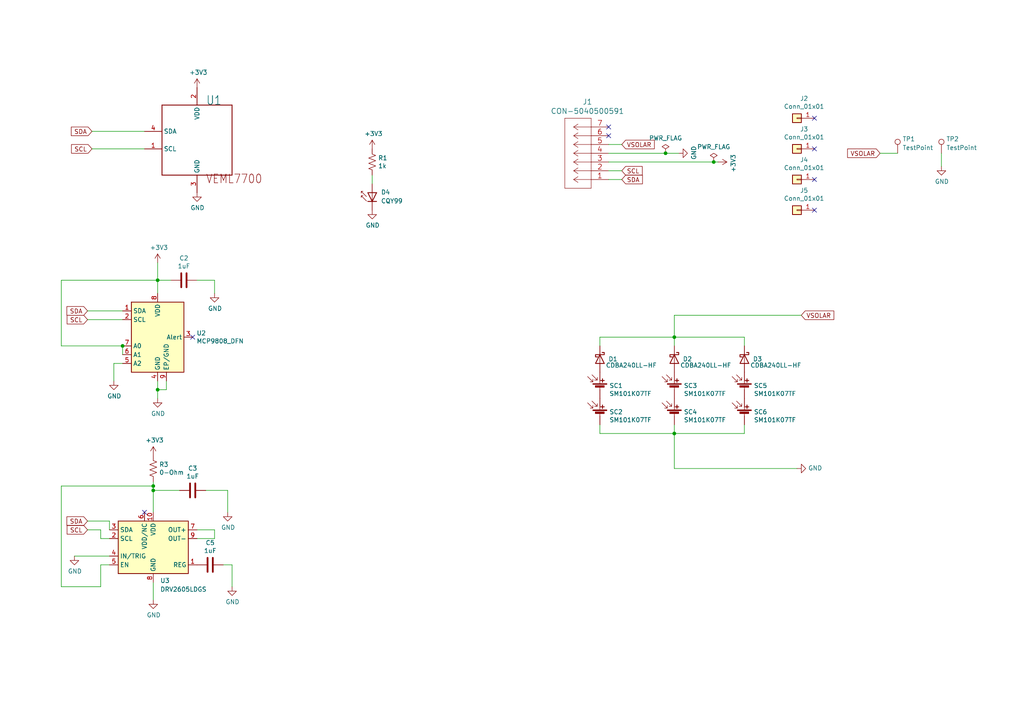
<source format=kicad_sch>
(kicad_sch (version 20211123) (generator eeschema)
  (paper "A4")
  (title_block (title "XY Solar Panel Board") (date "2023-03-19") (rev "V3") (company "CPP BroncoSpace"))
  (lib_symbols
    (symbol "Adafruit VEML7700-eagle-import:VEML7700"
      (property "Reference" "IC" (at 2.54 10.16 0))
      (symbol "VEML7700_1_0"
        (polyline (pts (xy -10.16 -10.16) (xy -10.16 10.16)) (stroke (width 0.254)))
        (polyline (pts (xy -10.16 10.16) (xy 10.16 10.16)) (stroke (width 0.254)))
        (polyline (pts (xy 10.16 -10.16) (xy -10.16 -10.16)) (stroke (width 0.254)))
        (polyline (pts (xy 10.16 10.16) (xy 10.16 -10.16)) (stroke (width 0.254)))
        (text "VEML7700" (at 2.54 -12.7 0) (effects (font (size 2.54 2.159)) (justify left bottom)))
        (pin bidirectional line (at -15.24 -2.54 0) (length 5.08) (name "SCL") (number "1"))
        (pin power_in line (at 0 15.24 270) (length 5.08) (name "VDD") (number "2"))
        (pin power_in line (at 0 -15.24 90) (length 5.08) (name "GND") (number "3"))
        (pin bidirectional line (at -15.24 2.54 0) (length 5.08) (name "SDA") (number "4"))
      )
    )
    (symbol "Connector:TestPoint" (pin_numbers hide) (pin_names (offset 0.762) hide)
      (property "Reference" "TP" (at 0 6.858 0))
      (property "Value" "TestPoint" (at 0 5.08 0))
      (symbol "TestPoint_0_1"
        (circle (center 0 3.302) (radius 0.762))
      )
      (symbol "TestPoint_1_1"
        (pin passive line (at 0 0 90) (length 2.54) (name "1") (number "1"))
      )
    )
    (symbol "Connector_Generic:Conn_01x01" (pin_names (offset 1.016) hide)
      (property "Reference" "J" (at 0 2.54 0))
      (property "Value" "Conn_01x01" (at 0 -2.54 0))
      (symbol "Conn_01x01_1_1"
        (rectangle (start -1.27 0.127) (end 0 -0.127) (stroke (width 0.1524)))
        (rectangle (start -1.27 1.27) (end 1.27 -1.27) (stroke (width 0.254)) (fill (type background)))
        (pin passive line (at -5.08 0 0) (length 3.81) (name "Pin_1") (number "1"))
      )
    )
    (symbol "Device:C" (pin_numbers hide) (pin_names (offset 0.254))
      (property "Reference" "C" (at 0.635 2.54 0))
      (property "Value" "C" (at 0.635 -2.54 0))
      (symbol "C_0_1"
        (polyline (pts (xy -2.032 -0.762) (xy 2.032 -0.762)) (stroke (width 0.508)))
        (polyline (pts (xy -2.032 0.762) (xy 2.032 0.762)) (stroke (width 0.508)))
      )
      (symbol "C_1_1"
        (pin passive line (at 0 3.81 270) (length 2.794) (name "~") (number "1"))
        (pin passive line (at 0 -3.81 90) (length 2.794) (name "~") (number "2"))
      )
    )
    (symbol "Device:D_Schottky" (pin_numbers hide) (pin_names (offset 1.016) hide)
      (property "Reference" "D" (at 0 2.54 0))
      (property "Value" "D_Schottky" (at 0 -2.54 0))
      (symbol "D_Schottky_0_1"
        (polyline (pts (xy 1.27 0) (xy -1.27 0)))
        (polyline (pts (xy 1.27 1.27) (xy 1.27 -1.27) (xy -1.27 0) (xy 1.27 1.27)) (stroke (width 0.254)))
        (polyline (pts (xy -1.905 0.635) (xy -1.905 1.27) (xy -1.27 1.27) (xy -1.27 -1.27) (xy -0.635 -1.27) (xy -0.635 -0.635)) (stroke (width 0.254)))
      )
      (symbol "D_Schottky_1_1"
        (pin passive line (at -3.81 0 0) (length 2.54) (name "K") (number "1"))
        (pin passive line (at 3.81 0 180) (length 2.54) (name "A") (number "2"))
      )
    )
    (symbol "Device:R_US" (pin_numbers hide) (pin_names (offset 0))
      (property "Reference" "R" (at 2.54 0 90))
      (property "Value" "R_US" (at -2.54 0 90))
      (symbol "R_US_0_1"
        (polyline (pts (xy 0 -2.286) (xy 0 -2.54)))
        (polyline (pts (xy 0 2.286) (xy 0 2.54)))
        (polyline (pts (xy 0 -0.762) (xy 1.016 -1.143) (xy 0 -1.524) (xy -1.016 -1.905) (xy 0 -2.286)))
        (polyline (pts (xy 0 0.762) (xy 1.016 0.381) (xy 0 0) (xy -1.016 -0.381) (xy 0 -0.762)))
        (polyline (pts (xy 0 2.286) (xy 1.016 1.905) (xy 0 1.524) (xy -1.016 1.143) (xy 0 0.762)))
      )
      (symbol "R_US_1_1"
        (pin passive line (at 0 3.81 270) (length 1.27) (name "~") (number "1"))
        (pin passive line (at 0 -3.81 90) (length 1.27) (name "~") (number "2"))
      )
    )
    (symbol "Device:Solar_Cell" (pin_numbers hide) (pin_names (offset 0) hide)
      (property "Reference" "SC" (at 2.54 2.54 0))
      (property "Value" "Solar_Cell" (at 2.54 0 0))
      (symbol "Solar_Cell_0_1"
        (rectangle (start -2.032 1.778) (end 2.032 1.524) (fill (type outline)))
        (rectangle (start -1.3208 1.1938) (end 1.27 0.6858) (fill (type outline)))
        (polyline (pts (xy -2.032 2.286) (xy -3.556 3.81)))
        (polyline (pts (xy -0.762 2.794) (xy -2.286 4.318)))
        (polyline (pts (xy 0 0.762) (xy 0 0)))
        (polyline (pts (xy 0 1.778) (xy 0 2.54)))
        (polyline (pts (xy 0.254 2.667) (xy 1.27 2.667)) (stroke (width 0.254)))
        (polyline (pts (xy 0.762 3.175) (xy 0.762 2.159)) (stroke (width 0.254)))
        (polyline (pts (xy -2.032 3.048) (xy -2.032 2.286) (xy -2.794 2.286)))
        (polyline (pts (xy -0.762 3.556) (xy -0.762 2.794) (xy -1.524 2.794)))
      )
      (symbol "Solar_Cell_1_1"
        (pin passive line (at 0 5.08 270) (length 2.54) (name "+") (number "1"))
        (pin passive line (at 0 -2.54 90) (length 2.54) (name "-") (number "2"))
      )
    )
    (symbol "Driver_Haptic:DRV2605LDGS"
      (property "Reference" "U" (at -10.16 8.255 0))
      (property "Value" "DRV2605LDGS" (at 2.54 -8.89 0))
      (symbol "DRV2605LDGS_0_1"
        (rectangle (start -10.16 7.62) (end 10.16 -7.62) (stroke (width 0.254)) (fill (type background)))
      )
      (symbol "DRV2605LDGS_1_1"
        (pin passive line (at 12.7 -5.08 180) (length 2.54) (name "REG") (number "1"))
        (pin power_in line (at 0 10.16 270) (length 2.54) (name "VDD") (number "10"))
        (pin input line (at -12.7 2.54 0) (length 2.54) (name "SCL") (number "2"))
        (pin bidirectional line (at -12.7 5.08 0) (length 2.54) (name "SDA") (number "3"))
        (pin input line (at -12.7 -2.54 0) (length 2.54) (name "IN/TRIG") (number "4"))
        (pin input line (at -12.7 -5.08 0) (length 2.54) (name "EN") (number "5"))
        (pin power_in line (at -2.54 10.16 270) (length 2.54) (name "VDD/NC") (number "6"))
        (pin output line (at 12.7 5.08 180) (length 2.54) (name "OUT+") (number "7"))
        (pin power_in line (at 0 -10.16 90) (length 2.54) (name "GND") (number "8"))
        (pin output line (at 12.7 2.54 180) (length 2.54) (name "OUT-") (number "9"))
      )
    )
    (symbol "LED:CQY99" (pin_numbers hide) (pin_names (offset 1.016) hide)
      (property "Reference" "D" (at 0.508 1.778 0))
      (property "Value" "CQY99" (at -1.016 -2.794 0))
      (symbol "CQY99_0_1"
        (polyline (pts (xy -2.54 1.27) (xy -2.54 -1.27)) (stroke (width 0.254)))
        (polyline (pts (xy 0 0) (xy -2.54 0)))
        (polyline (pts (xy 0.381 3.175) (xy -0.127 3.175)))
        (polyline (pts (xy -1.143 1.651) (xy 0.381 3.175) (xy 0.381 2.667)))
        (polyline (pts (xy 0 -1.27) (xy -2.54 0) (xy 0 1.27) (xy 0 -1.27)) (stroke (width 0.254)))
        (polyline (pts (xy -2.413 1.651) (xy -0.889 3.175) (xy -0.889 2.667) (xy -0.889 3.175) (xy -1.397 3.175)))
      )
      (symbol "CQY99_1_1"
        (pin passive line (at -5.08 0 0) (length 2.54) (name "K") (number "1"))
        (pin passive line (at 2.54 0 180) (length 2.54) (name "A") (number "2"))
      )
    )
    (symbol "Sensor_Temperature:MCP9808_DFN"
      (property "Reference" "U" (at -6.35 11.43 0))
      (property "Value" "MCP9808_DFN" (at 10.16 11.43 0))
      (symbol "MCP9808_DFN_0_1"
        (rectangle (start -7.62 10.16) (end 7.62 -10.16) (stroke (width 0.254)) (fill (type background)))
      )
      (symbol "MCP9808_DFN_1_1"
        (pin bidirectional line (at -10.16 7.62 0) (length 2.54) (name "SDA") (number "1"))
        (pin input line (at -10.16 5.08 0) (length 2.54) (name "SCL") (number "2"))
        (pin output line (at 10.16 0 180) (length 2.54) (name "Alert") (number "3"))
        (pin power_in line (at 0 -12.7 90) (length 2.54) (name "GND") (number "4"))
        (pin input line (at -10.16 -7.62 0) (length 2.54) (name "A2") (number "5"))
        (pin input line (at -10.16 -5.08 0) (length 2.54) (name "A1") (number "6"))
        (pin input line (at -10.16 -2.54 0) (length 2.54) (name "A0") (number "7"))
        (pin power_in line (at 0 12.7 270) (length 2.54) (name "VDD") (number "8"))
        (pin power_in line (at 2.54 -12.7 90) (length 2.54) (name "EP/GND") (number "9"))
      )
    )
    (symbol "power:GND" (power) (pin_names (offset 0))
      (property "Value" "GND" (at 0 -3.81 0))
      (symbol "GND_0_1"
        (polyline (pts (xy 0 0) (xy 0 -1.27) (xy 1.27 -1.27) (xy 0 -2.54) (xy -1.27 -1.27) (xy 0 -1.27)))
      )
      (symbol "GND_1_1"
        (pin power_in line (at 0 0 270) (length 0) hide (name "GND") (number "1"))
      )
    )
    (symbol "power:PWR_FLAG" (power) (pin_numbers hide) (pin_names (offset 0) hide)
      (property "Value" "PWR_FLAG" (at 0 3.81 0))
      (symbol "PWR_FLAG_0_0"
        (pin power_out line (at 0 0 90) (length 0) (name "pwr") (number "1"))
      )
      (symbol "PWR_FLAG_0_1"
        (polyline (pts (xy 0 0) (xy 0 1.27) (xy -1.016 1.905) (xy 0 2.54) (xy 1.016 1.905) (xy 0 1.27)))
      )
    )
    (symbol "solar-panel-NoCutout-rescue:+3.3V-power" (power) (pin_names (offset 0))
      (property "Value" "+3.3V-power" (at 0 3.556 0))
      (symbol "+3.3V-power_0_1"
        (polyline (pts (xy -0.762 1.27) (xy 0 2.54)))
        (polyline (pts (xy 0 0) (xy 0 2.54)))
        (polyline (pts (xy 0 2.54) (xy 0.762 1.27)))
      )
      (symbol "+3.3V-power_1_1"
        (pin power_in line (at 0 0 90) (length 0) hide (name "+3V3") (number "1"))
      )
    )
    (symbol "solar-panel-NoCutout-rescue:CON-5040500591-ExtraComponents" (pin_names (offset 0.254) hide)
      (property "Reference" "J" (at 8.89 6.35 0))
      (property "Value" "CON-5040500591-ExtraComponents" (at 10.16 -7.62 0))
      (symbol "CON-5040500591-ExtraComponents_1_1"
        (polyline (pts (xy 5.08 -17.78) (xy 12.7 -17.78)) (stroke (width 0.127)))
        (polyline (pts (xy 5.08 2.54) (xy 5.08 -17.78)) (stroke (width 0.127)))
        (polyline (pts (xy 10.16 -15.24) (xy 5.08 -15.24)) (stroke (width 0.127)))
        (polyline (pts (xy 10.16 -15.24) (xy 8.89 -16.0782)) (stroke (width 0.127)))
        (polyline (pts (xy 10.16 -15.24) (xy 8.89 -14.4018)) (stroke (width 0.127)))
        (polyline (pts (xy 10.16 -12.7) (xy 5.08 -12.7)) (stroke (width 0.127)))
        (polyline (pts (xy 10.16 -12.7) (xy 8.89 -13.5382)) (stroke (width 0.127)))
        (polyline (pts (xy 10.16 -12.7) (xy 8.89 -11.8618)) (stroke (width 0.127)))
        (polyline (pts (xy 10.16 -10.16) (xy 5.08 -10.16)) (stroke (width 0.127)))
        (polyline (pts (xy 10.16 -10.16) (xy 8.89 -10.9982)) (stroke (width 0.127)))
        (polyline (pts (xy 10.16 -10.16) (xy 8.89 -9.3218)) (stroke (width 0.127)))
        (polyline (pts (xy 10.16 -7.62) (xy 5.08 -7.62)) (stroke (width 0.127)))
        (polyline (pts (xy 10.16 -7.62) (xy 8.89 -8.4582)) (stroke (width 0.127)))
        (polyline (pts (xy 10.16 -7.62) (xy 8.89 -6.7818)) (stroke (width 0.127)))
        (polyline (pts (xy 10.16 -5.08) (xy 5.08 -5.08)) (stroke (width 0.127)))
        (polyline (pts (xy 10.16 -5.08) (xy 8.89 -5.9182)) (stroke (width 0.127)))
        (polyline (pts (xy 10.16 -5.08) (xy 8.89 -4.2418)) (stroke (width 0.127)))
        (polyline (pts (xy 10.16 -2.54) (xy 5.08 -2.54)) (stroke (width 0.127)))
        (polyline (pts (xy 10.16 -2.54) (xy 8.89 -3.3782)) (stroke (width 0.127)))
        (polyline (pts (xy 10.16 -2.54) (xy 8.89 -1.7018)) (stroke (width 0.127)))
        (polyline (pts (xy 10.16 0) (xy 5.08 0)) (stroke (width 0.127)))
        (polyline (pts (xy 10.16 0) (xy 8.89 -0.8382)) (stroke (width 0.127)))
        (polyline (pts (xy 10.16 0) (xy 8.89 0.8382)) (stroke (width 0.127)))
        (polyline (pts (xy 12.7 -17.78) (xy 12.7 2.54)) (stroke (width 0.127)))
        (polyline (pts (xy 12.7 2.54) (xy 5.08 2.54)) (stroke (width 0.127)))
        (pin unspecified line (at 0 0 0) (length 5.08) (name "1") (number "1"))
        (pin unspecified line (at 0 -2.54 0) (length 5.08) (name "2") (number "2"))
        (pin unspecified line (at 0 -5.08 0) (length 5.08) (name "3") (number "3"))
        (pin unspecified line (at 0 -7.62 0) (length 5.08) (name "4") (number "4"))
        (pin unspecified line (at 0 -10.16 0) (length 5.08) (name "5") (number "5"))
        (pin unspecified line (at 0 -12.7 0) (length 5.08) (name "6") (number "6"))
        (pin unspecified line (at 0 -15.24 0) (length 5.08) (name "7") (number "7"))
      )
    )
    (symbol "solar-panel-side-Z-rescue:+3.3V-power" (power) (pin_names (offset 0))
      (property "Value" "+3.3V-power" (at 0 3.556 0))
      (symbol "+3.3V-power_0_1"
        (polyline (pts (xy -0.762 1.27) (xy 0 2.54)))
        (polyline (pts (xy 0 0) (xy 0 2.54)))
        (polyline (pts (xy 0 2.54) (xy 0.762 1.27)))
      )
      (symbol "+3.3V-power_1_1"
        (pin power_in line (at 0 0 90) (length 0) hide (name "+3V3") (number "1"))
      )
    )
  )
  (junction (at 45.72 81.28))
  (junction (at 193.04 44.45))
  (junction (at 35.56 100.33))
  (junction (at 44.45 142.24))
  (junction (at 44.45 140.97))
  (junction (at 195.58 125.73))
  (junction (at 195.58 97.79))
  (junction (at 207.01 46.99))
  (junction (at 45.72 113.03))
  (no_connect (at 236.22 34.29))
  (no_connect (at 236.22 43.18))
  (no_connect (at 176.53 36.83))
  (no_connect (at 176.53 39.37))
  (no_connect (at 236.22 60.96))
  (no_connect (at 55.88 97.79))
  (no_connect (at 41.91 148.59))
  (no_connect (at 236.22 52.07))
  (wire (pts (xy 29.21 156.21) (xy 31.75 156.21)))
  (wire (pts (xy 45.72 76.2) (xy 45.72 81.28)))
  (wire (pts (xy 193.04 44.45) (xy 196.85 44.45)))
  (wire (pts (xy 45.72 81.28) (xy 49.53 81.28)))
  (wire (pts (xy 57.15 156.21) (xy 62.23 156.21)))
  (wire (pts (xy 173.99 97.79) (xy 173.99 100.33)))
  (wire (pts (xy 25.4 153.67) (xy 29.21 153.67)))
  (wire (pts (xy 29.21 163.83) (xy 29.21 170.18)))
  (wire (pts (xy 35.56 105.41) (xy 33.02 105.41)))
  (wire (pts (xy 31.75 151.13) (xy 31.75 153.67)))
  (wire (pts (xy 176.53 41.91) (xy 180.34 41.91)))
  (wire (pts (xy 25.4 92.71) (xy 35.56 92.71)))
  (wire (pts (xy 173.99 125.73) (xy 173.99 123.19)))
  (wire (pts (xy 260.35 44.45) (xy 255.27 44.45)))
  (wire (pts (xy 35.56 100.33) (xy 17.78 100.33)))
  (wire (pts (xy 41.91 38.1) (xy 26.67 38.1)))
  (wire (pts (xy 29.21 170.18) (xy 17.78 170.18)))
  (wire (pts (xy 29.21 163.83) (xy 31.75 163.83)))
  (wire (pts (xy 59.69 142.24) (xy 66.04 142.24)))
  (wire (pts (xy 45.72 110.49) (xy 45.72 113.03)))
  (wire (pts (xy 25.4 90.17) (xy 35.56 90.17)))
  (wire (pts (xy 66.04 142.24) (xy 66.04 148.59)))
  (wire (pts (xy 195.58 97.79) (xy 215.9 97.79)))
  (wire (pts (xy 35.56 100.33) (xy 35.56 102.87)))
  (wire (pts (xy 44.45 142.24) (xy 52.07 142.24)))
  (wire (pts (xy 17.78 170.18) (xy 17.78 140.97)))
  (wire (pts (xy 57.15 81.28) (xy 62.23 81.28)))
  (wire (pts (xy 64.77 163.83) (xy 67.31 163.83)))
  (wire (pts (xy 44.45 140.97) (xy 44.45 142.24)))
  (wire (pts (xy 48.26 113.03) (xy 45.72 113.03)))
  (wire (pts (xy 107.95 53.34) (xy 107.95 50.8)))
  (wire (pts (xy 29.21 153.67) (xy 29.21 156.21)))
  (wire (pts (xy 176.53 44.45) (xy 193.04 44.45)))
  (wire (pts (xy 173.99 97.79) (xy 195.58 97.79)))
  (wire (pts (xy 176.53 49.53) (xy 180.34 49.53)))
  (wire (pts (xy 48.26 110.49) (xy 48.26 113.03)))
  (wire (pts (xy 62.23 156.21) (xy 62.23 153.67)))
  (wire (pts (xy 62.23 81.28) (xy 62.23 85.09)))
  (wire (pts (xy 25.4 151.13) (xy 31.75 151.13)))
  (wire (pts (xy 45.72 113.03) (xy 45.72 115.57)))
  (wire (pts (xy 195.58 125.73) (xy 215.9 125.73)))
  (wire (pts (xy 273.05 44.45) (xy 273.05 48.26)))
  (wire (pts (xy 195.58 100.33) (xy 195.58 97.79)))
  (wire (pts (xy 33.02 105.41) (xy 33.02 110.49)))
  (wire (pts (xy 67.31 163.83) (xy 67.31 170.18)))
  (wire (pts (xy 17.78 81.28) (xy 45.72 81.28)))
  (wire (pts (xy 215.9 100.33) (xy 215.9 97.79)))
  (wire (pts (xy 207.01 46.99) (xy 208.28 46.99)))
  (wire (pts (xy 21.59 161.29) (xy 31.75 161.29)))
  (wire (pts (xy 173.99 125.73) (xy 195.58 125.73)))
  (wire (pts (xy 44.45 168.91) (xy 44.45 173.99)))
  (wire (pts (xy 44.45 142.24) (xy 44.45 148.59)))
  (wire (pts (xy 26.67 43.18) (xy 41.91 43.18)))
  (wire (pts (xy 195.58 125.73) (xy 195.58 123.19)))
  (wire (pts (xy 44.45 139.7) (xy 44.45 140.97)))
  (wire (pts (xy 45.72 81.28) (xy 45.72 85.09)))
  (wire (pts (xy 176.53 46.99) (xy 207.01 46.99)))
  (wire (pts (xy 215.9 125.73) (xy 215.9 123.19)))
  (wire (pts (xy 176.53 52.07) (xy 180.34 52.07)))
  (wire (pts (xy 195.58 135.89) (xy 231.14 135.89)))
  (wire (pts (xy 17.78 140.97) (xy 44.45 140.97)))
  (wire (pts (xy 57.15 153.67) (xy 62.23 153.67)))
  (wire (pts (xy 195.58 97.79) (xy 195.58 91.44)))
  (wire (pts (xy 17.78 100.33) (xy 17.78 81.28)))
  (wire (pts (xy 195.58 135.89) (xy 195.58 125.73)))
  (wire (pts (xy 195.58 91.44) (xy 232.41 91.44)))
  (global_label "VSOLAR" (shape input) (at 232.41 91.44 0) (property "Intersheet References" "${INTERSHEET_REFS}" (effects hide)))
  (global_label "SCL" (shape input) (at 25.4 153.67 180) (property "Intersheet References" "${INTERSHEET_REFS}" (effects hide)))
  (global_label "VSOLAR" (shape input) (at 255.27 44.45 180) (property "Intersheet References" "${INTERSHEET_REFS}" (effects hide)))
  (global_label "SCL" (shape input) (at 180.34 49.53 0) (property "Intersheet References" "${INTERSHEET_REFS}" (effects hide)))
  (global_label "SDA" (shape input) (at 26.67 38.1 180) (property "Intersheet References" "${INTERSHEET_REFS}" (effects hide)))
  (global_label "VSOLAR" (shape input) (at 180.34 41.91 0) (property "Intersheet References" "${INTERSHEET_REFS}" (effects hide)))
  (global_label "SDA" (shape input) (at 180.34 52.07 0) (property "Intersheet References" "${INTERSHEET_REFS}" (effects hide)))
  (global_label "SDA" (shape input) (at 25.4 151.13 180) (property "Intersheet References" "${INTERSHEET_REFS}" (effects hide)))
  (global_label "SCL" (shape input) (at 25.4 92.71 180) (property "Intersheet References" "${INTERSHEET_REFS}" (effects hide)))
  (global_label "SCL" (shape input) (at 26.67 43.18 180) (property "Intersheet References" "${INTERSHEET_REFS}" (effects hide)))
  (global_label "SDA" (shape input) (at 25.4 90.17 180) (property "Intersheet References" "${INTERSHEET_REFS}" (effects hide)))
  (symbol (lib_id "solar-panel-NoCutout-rescue:+3.3V-power") (at 208.28 46.99 270) (unit 1)
    (property "Reference" "#PWR0111" (effects hide))
    (property "Value" "+3.3V" (at 212.6742 47.371 0))
  )
  (symbol (lib_id "power:PWR_FLAG") (at 207.01 46.99 0) (unit 1)
    (property "Reference" "#FLG0101" (effects hide))
    (property "Value" "PWR_FLAG" (at 207.01 42.5958 0))
  )
  (symbol (lib_id "solar-panel-NoCutout-rescue:CON-5040500591-ExtraComponents") (at 176.53 52.07 180) (unit 1)
    (property "Reference" "J1" (at 170.3832 29.5402 0) (effects (font (size 1.524 1.524))))
    (property "Value" "CON-5040500591" (at 170.3832 32.2326 0) (effects (font (size 1.524 1.524))))
    (property "Footprint" "SolarPanelBoards:CON_5040500591" (effects hide))
  )
  (symbol (lib_id "Connector_Generic:Conn_01x01") (at 231.14 34.29 180) (unit 1)
    (property "Reference" "J2" (at 233.2228 28.575 0))
    (property "Value" "Conn_01x01" (at 233.2228 30.8864 0))
    (property "Footprint" "SolarPanelBoards:MountingHoles" (effects hide))
  )
  (symbol (lib_id "Connector_Generic:Conn_01x01") (at 231.14 43.18 180) (unit 1)
    (property "Reference" "J3" (at 233.2228 37.465 0))
    (property "Value" "Conn_01x01" (at 233.2228 39.7764 0))
    (property "Footprint" "SolarPanelBoards:MountingHoles" (effects hide))
  )
  (symbol (lib_id "Connector_Generic:Conn_01x01") (at 231.14 52.07 180) (unit 1)
    (property "Reference" "J4" (at 233.2228 46.355 0))
    (property "Value" "Conn_01x01" (at 233.2228 48.6664 0))
    (property "Footprint" "SolarPanelBoards:MountingHoles" (effects hide))
  )
  (symbol (lib_id "Connector_Generic:Conn_01x01") (at 231.14 60.96 180) (unit 1)
    (property "Reference" "J5" (at 233.2228 55.245 0))
    (property "Value" "Conn_01x01" (at 233.2228 57.5564 0))
    (property "Footprint" "SolarPanelBoards:MountingHoles" (effects hide))
  )
  (symbol (lib_id "power:GND") (at 107.95 60.96 0) (unit 1)
    (property "Reference" "#PWR0107" (effects hide))
    (property "Value" "GND" (at 108.077 65.3542 0))
  )
  (symbol (lib_id "power:GND") (at 67.31 170.18 0) (unit 1)
    (property "Reference" "#PWR0117" (effects hide))
    (property "Value" "GND" (at 67.437 174.5742 0))
  )
  (symbol (lib_id "Device:Solar_Cell") (at 195.58 120.65 0) (unit 1)
    (property "Reference" "SC4" (at 198.3232 119.4816 0) (effects (justify left)))
    (property "Value" "SM101K07TF" (at 198.3232 121.793 0) (effects (justify left)))
    (property "Footprint" "SolarPanelBoards:KXOB101K08F-TR" (effects hide))
  )
  (symbol (lib_id "power:GND") (at 45.72 115.57 0) (unit 1)
    (property "Reference" "#PWR0116" (effects hide))
    (property "Value" "GND" (at 45.847 119.9642 0))
  )
  (symbol (lib_id "solar-panel-side-Z-rescue:+3.3V-power") (at 44.45 132.08 0) (unit 1)
    (property "Reference" "#PWR0115" (effects hide))
    (property "Value" "+3.3V" (at 44.831 127.6858 0))
  )
  (symbol (lib_id "Driver_Haptic:DRV2605LDGS") (at 44.45 158.75 0) (unit 1)
    (property "Reference" "U3" (at 46.4694 168.4004 0) (effects (justify left)))
    (property "Value" "DRV2605LDGS" (at 46.4694 170.9373 0) (effects (justify left)))
    (property "Footprint" "Package_SO:VSSOP-10_3x3mm_P0.5mm" (effects hide))
    (property "Datasheet" "http://www.ti.com/lit/ds/symlink/drv2605l.pdf" (effects hide))
  )
  (symbol (lib_id "Device:Solar_Cell") (at 173.99 120.65 0) (unit 1)
    (property "Reference" "SC2" (at 176.7332 119.4816 0) (effects (justify left)))
    (property "Value" "SM101K07TF" (at 176.7332 121.793 0) (effects (justify left)))
    (property "Footprint" "SolarPanelBoards:KXOB101K08F-TR" (effects hide))
  )
  (symbol (lib_id "solar-panel-side-Z-rescue:+3.3V-power") (at 57.15 25.4 0) (unit 1)
    (property "Reference" "#PWR0101" (effects hide))
    (property "Value" "+3.3V" (at 57.531 21.0058 0))
  )
  (symbol (lib_id "Device:D_Schottky") (at 215.9 104.14 270) (unit 1)
    (property "Reference" "D3" (at 219.71 104.14 90))
    (property "Value" "CDBA240LL-HF" (at 232.41 106.68 90) (effects (justify right bottom)))
    (property "Footprint" "SolarPanelBoards:DO-214AC" (effects hide))
  )
  (symbol (lib_id "solar-panel-side-Z-rescue:+3.3V-power") (at 45.72 76.2 0) (unit 1)
    (property "Reference" "#PWR0105" (effects hide))
    (property "Value" "+3.3V" (at 46.101 71.8058 0))
  )
  (symbol (lib_id "Connector:TestPoint") (at 260.35 44.45 0) (unit 1)
    (property "Reference" "TP1" (at 261.747 40.3133 0) (effects (justify left)))
    (property "Value" "TestPoint" (at 261.747 42.8502 0) (effects (justify left)))
    (property "Footprint" "SolarPanelBoards:Test Pad" (effects hide))
  )
  (symbol (lib_id "power:GND") (at 196.85 44.45 90) (unit 1)
    (property "Reference" "#PWR?" (effects hide))
    (property "Value" "GND" (at 201.2442 44.323 0))
  )
  (symbol (lib_id "power:GND") (at 66.04 148.59 0) (unit 1)
    (property "Reference" "#PWR0118" (effects hide))
    (property "Value" "GND" (at 66.167 152.9842 0))
  )
  (symbol (lib_id "Connector:TestPoint") (at 273.05 44.45 0) (unit 1)
    (property "Reference" "TP2" (at 274.447 40.3133 0) (effects (justify left)))
    (property "Value" "TestPoint" (at 274.447 42.8502 0) (effects (justify left)))
    (property "Footprint" "SolarPanelBoards:Test Pad" (effects hide))
  )
  (symbol (lib_id "Device:C") (at 55.88 142.24 90) (unit 1)
    (property "Reference" "C3" (at 55.88 135.8392 90))
    (property "Value" "1uF" (at 55.88 138.1506 90))
    (property "Footprint" "Capacitor_SMD:C_0805_2012Metric" (effects hide))
  )
  (symbol (lib_id "Device:C") (at 53.34 81.28 90) (unit 1)
    (property "Reference" "C2" (at 53.34 74.8792 90))
    (property "Value" "1uF" (at 53.34 77.1906 90))
    (property "Footprint" "Capacitor_SMD:C_0805_2012Metric" (effects hide))
  )
  (symbol (lib_id "LED:CQY99") (at 107.95 55.88 90) (unit 1)
    (property "Reference" "D4" (at 110.49 55.7529 90) (effects (justify right)))
    (property "Value" "CQY99" (at 110.49 58.2929 90) (effects (justify right)))
    (property "Footprint" "LED_SMD:LED_0603_1608Metric" (effects hide))
    (property "Datasheet" "https://www.prtice.info/IMG/pdf/CQY99.pdf" (effects hide))
  )
  (symbol (lib_id "Adafruit VEML7700-eagle-import:VEML7700") (at 57.15 40.64 0) (unit 1)
    (property "Reference" "U1" (at 59.69 30.48 0) (effects (font (size 2.54 2.159)) (justify left bottom)))
    (property "Value" "VEML7700" (effects hide))
    (property "Footprint" "VEML7700-TT:XDCR_VEML7700-TT" (effects hide))
  )
  (symbol (lib_id "power:GND") (at 231.14 135.89 90) (unit 1)
    (property "Reference" "#PWR0121" (effects hide))
    (property "Value" "GND" (at 234.3912 135.763 90) (effects (justify right)))
  )
  (symbol (lib_id "power:GND") (at 21.59 161.29 0) (unit 1)
    (property "Reference" "#PWR0114" (effects hide))
    (property "Value" "GND" (at 21.717 165.6842 0))
  )
  (symbol (lib_id "Device:C") (at 60.96 163.83 90) (unit 1)
    (property "Reference" "C5" (at 60.96 157.4292 90))
    (property "Value" "1uF" (at 60.96 159.7406 90))
    (property "Footprint" "Capacitor_SMD:C_0805_2012Metric" (effects hide))
  )
  (symbol (lib_id "Device:R_US") (at 44.45 135.89 0) (unit 1)
    (property "Reference" "R3" (at 46.1772 134.7216 0) (effects (justify left)))
    (property "Value" "0-Ohm" (at 46.1772 137.033 0) (effects (justify left)))
    (property "Footprint" "Resistor_SMD:R_0603_1608Metric" (effects hide))
  )
  (symbol (lib_id "power:GND") (at 44.45 173.99 0) (unit 1)
    (property "Reference" "#PWR0119" (effects hide))
    (property "Value" "GND" (at 44.577 178.3842 0))
  )
  (symbol (lib_id "Device:D_Schottky") (at 173.99 104.14 270) (unit 1)
    (property "Reference" "D1" (at 177.8 104.14 90))
    (property "Value" "CDBA240LL-HF" (at 190.5 106.68 90) (effects (justify right bottom)))
    (property "Footprint" "SolarPanelBoards:DO-214AC" (effects hide))
  )
  (symbol (lib_id "power:GND") (at 57.15 55.88 0) (unit 1)
    (property "Reference" "#PWR0103" (effects hide))
    (property "Value" "GND" (at 57.277 60.2742 0))
  )
  (symbol (lib_id "solar-panel-side-Z-rescue:+3.3V-power") (at 107.95 43.18 0) (unit 1)
    (property "Reference" "#PWR0106" (effects hide))
    (property "Value" "+3.3V" (at 108.331 38.7858 0))
  )
  (symbol (lib_id "Device:R_US") (at 107.95 46.99 0) (unit 1)
    (property "Reference" "R1" (at 109.6772 45.8216 0) (effects (justify left)))
    (property "Value" "1k" (at 109.6772 48.133 0) (effects (justify left)))
    (property "Footprint" "Resistor_SMD:R_0603_1608Metric" (effects hide))
  )
  (symbol (lib_id "power:GND") (at 62.23 85.09 0) (unit 1)
    (property "Reference" "#PWR0104" (effects hide))
    (property "Value" "GND" (at 62.357 89.4842 0))
  )
  (symbol (lib_id "Sensor_Temperature:MCP9808_DFN") (at 45.72 97.79 0) (unit 1)
    (property "Reference" "U2" (at 56.9976 96.6216 0) (effects (justify left)))
    (property "Value" "MCP9808_DFN" (at 56.9976 98.933 0) (effects (justify left)))
    (property "Footprint" "SolarPanelBoards:MCP9808-NoLeadPackage" (effects hide))
    (property "Datasheet" "http://ww1.microchip.com/downloads/en/DeviceDoc/MCP9808-0.5C-Maximum-Accuracy-Digital-Temperature-Sensor-Data-Sheet-DS20005095B.pdf" (effects hide))
  )
  (symbol (lib_id "power:GND") (at 33.02 110.49 0) (unit 1)
    (property "Reference" "#PWR0112" (effects hide))
    (property "Value" "GND" (at 33.147 114.8842 0))
  )
  (symbol (lib_id "Device:Solar_Cell") (at 215.9 113.03 0) (unit 1)
    (property "Reference" "SC5" (at 218.6432 111.8616 0) (effects (justify left)))
    (property "Value" "SM101K07TF" (at 218.6432 114.173 0) (effects (justify left)))
    (property "Footprint" "SolarPanelBoards:KXOB101K08F-TR" (effects hide))
  )
  (symbol (lib_id "Device:Solar_Cell") (at 173.99 113.03 0) (unit 1)
    (property "Reference" "SC1" (at 176.7332 111.8616 0) (effects (justify left)))
    (property "Value" "SM101K07TF" (at 176.7332 114.173 0) (effects (justify left)))
    (property "Footprint" "SolarPanelBoards:KXOB101K08F-TR" (effects hide))
  )
  (symbol (lib_id "Device:Solar_Cell") (at 215.9 120.65 0) (unit 1)
    (property "Reference" "SC6" (at 218.6432 119.4816 0) (effects (justify left)))
    (property "Value" "SM101K07TF" (at 218.6432 121.793 0) (effects (justify left)))
    (property "Footprint" "SolarPanelBoards:KXOB101K08F-TR" (effects hide))
  )
  (symbol (lib_id "Device:Solar_Cell") (at 195.58 113.03 0) (unit 1)
    (property "Reference" "SC3" (at 198.3232 111.8616 0) (effects (justify left)))
    (property "Value" "SM101K07TF" (at 198.3232 114.173 0) (effects (justify left)))
    (property "Footprint" "SolarPanelBoards:KXOB101K08F-TR" (effects hide))
  )
  (symbol (lib_id "power:GND") (at 273.05 48.26 0) (unit 1)
    (property "Reference" "#PWR0120" (effects hide))
    (property "Value" "GND" (at 273.177 52.6542 0))
  )
  (symbol (lib_id "Device:D_Schottky") (at 195.58 104.14 270) (unit 1)
    (property "Reference" "D2" (at 199.39 104.14 90))
    (property "Value" "CDBA240LL-HF" (at 212.09 106.68 90) (effects (justify right bottom)))
    (property "Footprint" "SolarPanelBoards:DO-214AC" (effects hide))
  )
  (symbol (lib_id "power:PWR_FLAG") (at 193.04 44.45 0) (unit 1)
    (property "Reference" "#FLG?" (effects hide))
    (property "Value" "PWR_FLAG" (at 193.04 40.0558 0))
  )
)
</source>
